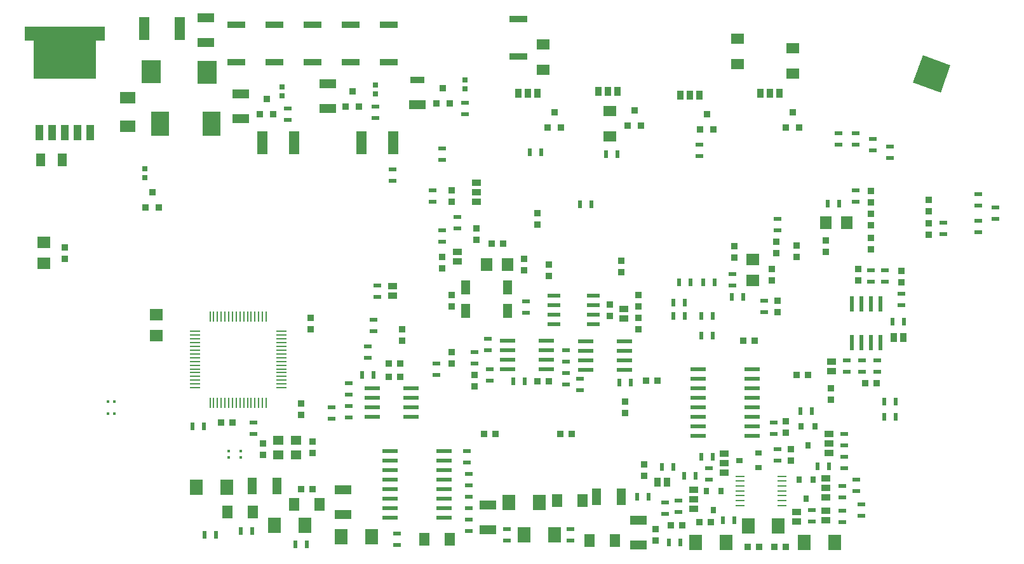
<source format=gbp>
G04 (created by PCBNEW (2013-07-07 BZR 4022)-stable) date 30/04/2014 16:23:46*
%MOIN*%
G04 Gerber Fmt 3.4, Leading zero omitted, Abs format*
%FSLAX34Y34*%
G01*
G70*
G90*
G04 APERTURE LIST*
%ADD10C,0.00590551*%
%ADD11R,0.0492X0.0098*%
%ADD12R,0.0157165X0.0157165*%
%ADD13R,0.034X0.034*%
%ADD14R,0.0256X0.0374*%
%ADD15R,0.0374X0.0256*%
%ADD16R,0.0276X0.0295*%
%ADD17R,0.0508X0.0689*%
%ADD18R,0.088X0.048*%
%ADD19R,0.0768X0.0335*%
%ADD20R,0.048X0.088*%
%ADD21R,0.065X0.0217*%
%ADD22R,0.043X0.023*%
%ADD23R,0.023X0.043*%
%ADD24R,0.0531X0.0688*%
%ADD25R,0.0688X0.0531*%
%ADD26R,0.0964252X0.0373701*%
%ADD27R,0.104299X0.120047*%
%ADD28R,0.0570551X0.123984*%
%ADD29R,0.048X0.036*%
%ADD30R,0.036X0.048*%
%ADD31R,0.0531181X0.0452441*%
%ADD32R,0.0846X0.061*%
%ADD33R,0.058X0.124*%
%ADD34R,0.0689X0.0846*%
%ADD35R,0.0964X0.1279*%
%ADD36R,0.040126X0.0830394*%
%ADD37R,0.326X0.273*%
%ADD38R,0.423X0.073*%
%ADD39R,0.0374X0.0334*%
%ADD40R,0.0334X0.0374*%
%ADD41R,0.048X0.073*%
%ADD42R,0.0846X0.0216*%
%ADD43R,0.0216X0.0846*%
%ADD44R,0.061X0.069*%
%ADD45R,0.069X0.061*%
%ADD46R,0.008X0.0571*%
%ADD47R,0.0571X0.008*%
G04 APERTURE END LIST*
G54D10*
G54D11*
X43450Y-33260D03*
X43450Y-33010D03*
X43450Y-32750D03*
X43450Y-32500D03*
X43450Y-32240D03*
X43450Y-31985D03*
X43450Y-31730D03*
X45650Y-31730D03*
X45650Y-31985D03*
X45650Y-32240D03*
X45650Y-32500D03*
X45650Y-32755D03*
X45650Y-33010D03*
X45650Y-33265D03*
G54D12*
X10600Y-27800D03*
X10600Y-28429D03*
X10265Y-28429D03*
X10265Y-27800D03*
X16600Y-30400D03*
X17229Y-30400D03*
X17229Y-30734D03*
X16600Y-30734D03*
G54D13*
X27500Y-12150D03*
X28200Y-12150D03*
X27850Y-11350D03*
X37550Y-13300D03*
X38250Y-13300D03*
X37900Y-12500D03*
X45850Y-13400D03*
X46550Y-13400D03*
X46200Y-12600D03*
X41350Y-13500D03*
X42050Y-13500D03*
X41700Y-12700D03*
X22750Y-12300D03*
X23450Y-12300D03*
X23100Y-11500D03*
X33350Y-13400D03*
X34050Y-13400D03*
X33700Y-12600D03*
X12250Y-17600D03*
X12950Y-17600D03*
X12600Y-16800D03*
X18250Y-12700D03*
X18950Y-12700D03*
X18600Y-11900D03*
G54D14*
X46900Y-32900D03*
X47275Y-31900D03*
X46525Y-31900D03*
X47000Y-30100D03*
X47375Y-29100D03*
X46625Y-29100D03*
G54D15*
X43400Y-30900D03*
X44400Y-31275D03*
X44400Y-30525D03*
G54D14*
X42050Y-33500D03*
X42425Y-32500D03*
X41675Y-32500D03*
G54D16*
X24300Y-11635D03*
X24300Y-11163D03*
X29000Y-11385D03*
X29000Y-10913D03*
X12200Y-16035D03*
X12200Y-15563D03*
X19400Y-11735D03*
X19400Y-11263D03*
G54D17*
X6739Y-15100D03*
X7863Y-15100D03*
G54D18*
X22600Y-33748D03*
X22600Y-32450D03*
X26500Y-12198D03*
G54D19*
X26500Y-10900D03*
G54D20*
X19148Y-32250D03*
X17850Y-32250D03*
X37198Y-32800D03*
X35900Y-32800D03*
G54D18*
X30200Y-33252D03*
X30200Y-34550D03*
X15400Y-7652D03*
X15400Y-8950D03*
X17250Y-12948D03*
X17250Y-11650D03*
X21800Y-12398D03*
X21800Y-11100D03*
X38100Y-34052D03*
X38100Y-35350D03*
G54D21*
X33656Y-23749D03*
X33656Y-23249D03*
X33656Y-22750D03*
X33656Y-22250D03*
X35742Y-22250D03*
X35742Y-22750D03*
X35742Y-23249D03*
X35742Y-23749D03*
G54D22*
X50650Y-25650D03*
X50650Y-26250D03*
X19700Y-13000D03*
X19700Y-12400D03*
X56850Y-18200D03*
X56850Y-17600D03*
X49850Y-26250D03*
X49850Y-25650D03*
X48600Y-14300D03*
X48600Y-13700D03*
X49050Y-26250D03*
X49050Y-25650D03*
X49500Y-14300D03*
X49500Y-13700D03*
X43050Y-21100D03*
X43050Y-21700D03*
X50400Y-14600D03*
X50400Y-14000D03*
X51300Y-15000D03*
X51300Y-14400D03*
G54D23*
X33000Y-14700D03*
X32400Y-14700D03*
X20100Y-35300D03*
X20700Y-35300D03*
X17850Y-34600D03*
X17250Y-34600D03*
G54D22*
X29200Y-34000D03*
X29200Y-34600D03*
X29200Y-32800D03*
X29200Y-33400D03*
X29200Y-31600D03*
X29200Y-32200D03*
X29100Y-31000D03*
X29100Y-30400D03*
G54D23*
X42000Y-24350D03*
X41400Y-24350D03*
X42000Y-23300D03*
X41400Y-23300D03*
X39950Y-23300D03*
X40550Y-23300D03*
X39950Y-22600D03*
X40550Y-22600D03*
G54D22*
X29000Y-12700D03*
X29000Y-12100D03*
X27800Y-15100D03*
X27800Y-14500D03*
X25450Y-35350D03*
X25450Y-34750D03*
X45400Y-18200D03*
X45400Y-18800D03*
X31200Y-35100D03*
X31200Y-34500D03*
X34550Y-35100D03*
X34550Y-34500D03*
G54D23*
X51450Y-23600D03*
X52050Y-23600D03*
X15350Y-34800D03*
X15950Y-34800D03*
X36400Y-14800D03*
X37000Y-14800D03*
G54D22*
X51900Y-22150D03*
X51900Y-22750D03*
X24300Y-12900D03*
X24300Y-12300D03*
X27800Y-18800D03*
X27800Y-19400D03*
X28600Y-18700D03*
X28600Y-18100D03*
X48900Y-30700D03*
X48900Y-31300D03*
G54D23*
X48100Y-31200D03*
X47500Y-31200D03*
G54D22*
X22900Y-27450D03*
X22900Y-26850D03*
X22000Y-28700D03*
X22000Y-28100D03*
X22900Y-28650D03*
X22900Y-28050D03*
G54D23*
X24200Y-26400D03*
X23600Y-26400D03*
G54D22*
X25200Y-15600D03*
X25200Y-16200D03*
X24400Y-22300D03*
X24400Y-21700D03*
X47200Y-33500D03*
X47200Y-34100D03*
X48900Y-29500D03*
X48900Y-30100D03*
X23900Y-25500D03*
X23900Y-24900D03*
X24200Y-23500D03*
X24200Y-24100D03*
X41300Y-14300D03*
X41300Y-14900D03*
X41800Y-31900D03*
X41800Y-31300D03*
G54D23*
X42000Y-30700D03*
X41400Y-30700D03*
X39950Y-31250D03*
X39350Y-31250D03*
G54D22*
X27300Y-16700D03*
X27300Y-17300D03*
G54D23*
X32150Y-26750D03*
X31550Y-26750D03*
G54D22*
X30200Y-24500D03*
X30200Y-25100D03*
X29500Y-25800D03*
X29500Y-25200D03*
X30300Y-26700D03*
X30300Y-26100D03*
G54D23*
X37100Y-26800D03*
X37700Y-26800D03*
G54D22*
X32200Y-23150D03*
X32200Y-22550D03*
X34300Y-25700D03*
X34300Y-25100D03*
X34300Y-26900D03*
X34300Y-26300D03*
X35050Y-27200D03*
X35050Y-26600D03*
X49550Y-31900D03*
X49550Y-32500D03*
X48800Y-32250D03*
X48800Y-32850D03*
X49800Y-33200D03*
X49800Y-33800D03*
X48800Y-34150D03*
X48800Y-33550D03*
G54D23*
X43000Y-22300D03*
X43600Y-22300D03*
G54D22*
X44700Y-23100D03*
X44700Y-22500D03*
X51050Y-21500D03*
X51050Y-20900D03*
X50300Y-21500D03*
X50300Y-20900D03*
G54D23*
X40300Y-35200D03*
X39700Y-35200D03*
G54D22*
X45400Y-30900D03*
X45400Y-30300D03*
X39500Y-33100D03*
X39500Y-33700D03*
X40200Y-33000D03*
X40200Y-33600D03*
X54100Y-18400D03*
X54100Y-19000D03*
X49500Y-17300D03*
X49500Y-16700D03*
G54D23*
X38050Y-32800D03*
X38650Y-32800D03*
G54D22*
X45200Y-29500D03*
X45200Y-28900D03*
G54D23*
X43150Y-34050D03*
X42550Y-34050D03*
G54D22*
X55950Y-18300D03*
X55950Y-18900D03*
X55950Y-17500D03*
X55950Y-16900D03*
G54D23*
X41500Y-21550D03*
X42100Y-21550D03*
X14700Y-29100D03*
X15300Y-29100D03*
X35050Y-17450D03*
X35650Y-17450D03*
X40250Y-21550D03*
X40850Y-21550D03*
G54D22*
X17900Y-29500D03*
X17900Y-28900D03*
G54D23*
X41100Y-31700D03*
X40500Y-31700D03*
G54D22*
X27500Y-26400D03*
X27500Y-25800D03*
G54D23*
X47200Y-28300D03*
X46600Y-28300D03*
X51600Y-27800D03*
X51000Y-27800D03*
X48050Y-17400D03*
X48650Y-17400D03*
X51000Y-28600D03*
X51600Y-28600D03*
G54D24*
X35531Y-35100D03*
X36869Y-35100D03*
G54D25*
X43300Y-10069D03*
X43300Y-8731D03*
X46200Y-10569D03*
X46200Y-9231D03*
G54D24*
X33831Y-33000D03*
X35169Y-33000D03*
X26881Y-35050D03*
X28219Y-35050D03*
G54D25*
X36600Y-12531D03*
X36600Y-13869D03*
G54D24*
X16531Y-33600D03*
X17869Y-33600D03*
G54D25*
X33100Y-10369D03*
X33100Y-9031D03*
G54D24*
X20031Y-33200D03*
X21369Y-33200D03*
G54D26*
X25000Y-9984D03*
X25000Y-8015D03*
X17000Y-9984D03*
X17000Y-8015D03*
X23000Y-9984D03*
X23000Y-8015D03*
X31800Y-9684D03*
X31800Y-7715D03*
X19000Y-9984D03*
X19000Y-8015D03*
X21000Y-8015D03*
X21000Y-9984D03*
G54D27*
X15456Y-10500D03*
X12543Y-10480D03*
G54D28*
X25226Y-14200D03*
X23573Y-14200D03*
G54D29*
X42600Y-31550D03*
X42600Y-31050D03*
X42600Y-30550D03*
X48100Y-29500D03*
X48100Y-30000D03*
X48100Y-30500D03*
X47950Y-31850D03*
X47950Y-32350D03*
X47950Y-32850D03*
X41000Y-32450D03*
X41000Y-32950D03*
X41000Y-33450D03*
G54D30*
X44500Y-11600D03*
X45000Y-11600D03*
X45500Y-11600D03*
X40300Y-11700D03*
X40800Y-11700D03*
X41300Y-11700D03*
X36000Y-11500D03*
X36500Y-11500D03*
X37000Y-11500D03*
X31800Y-11600D03*
X32300Y-11600D03*
X32800Y-11600D03*
X39600Y-32050D03*
X39100Y-32050D03*
G54D29*
X46400Y-34100D03*
X46400Y-33600D03*
X47950Y-34050D03*
X47950Y-33550D03*
X48250Y-25700D03*
X48250Y-26200D03*
X28600Y-20450D03*
X28600Y-19950D03*
X25200Y-22250D03*
X25200Y-21750D03*
X37350Y-22950D03*
X37350Y-23450D03*
G54D30*
X52000Y-24450D03*
X51500Y-24450D03*
G54D31*
X19200Y-29850D03*
X20144Y-29850D03*
X19200Y-30598D03*
X20144Y-30598D03*
G54D32*
X11300Y-11852D03*
X11300Y-13348D03*
G54D33*
X12175Y-8200D03*
X14025Y-8200D03*
G54D34*
X32110Y-34800D03*
X33690Y-34800D03*
X31310Y-33100D03*
X32890Y-33100D03*
X14910Y-32300D03*
X16490Y-32300D03*
X42690Y-35200D03*
X41110Y-35200D03*
X19010Y-34300D03*
X20590Y-34300D03*
X45440Y-34350D03*
X43860Y-34350D03*
X48390Y-35200D03*
X46810Y-35200D03*
X22510Y-34900D03*
X24090Y-34900D03*
G54D35*
X15689Y-13200D03*
X13011Y-13200D03*
G54D36*
X8000Y-13680D03*
X7330Y-13680D03*
X6660Y-13680D03*
X8670Y-13680D03*
X9340Y-13680D03*
G54D37*
X8000Y-9475D03*
G54D38*
X8000Y-8475D03*
G54D39*
X28300Y-16704D03*
X28300Y-17296D03*
X38400Y-31104D03*
X38400Y-31696D03*
G54D40*
X45846Y-35450D03*
X45254Y-35450D03*
X44196Y-24600D03*
X43604Y-24600D03*
G54D39*
X18400Y-30596D03*
X18400Y-30004D03*
X21000Y-30496D03*
X21000Y-29904D03*
G54D40*
X33396Y-26750D03*
X32804Y-26750D03*
X25004Y-26500D03*
X25596Y-26500D03*
G54D39*
X20900Y-23996D03*
X20900Y-23404D03*
G54D40*
X43854Y-35450D03*
X44446Y-35450D03*
G54D39*
X45100Y-21446D03*
X45100Y-20854D03*
X38100Y-23404D03*
X38100Y-23996D03*
X32800Y-17904D03*
X32800Y-18496D03*
X33400Y-20604D03*
X33400Y-21196D03*
X36600Y-23296D03*
X36600Y-22704D03*
X29600Y-18704D03*
X29600Y-19296D03*
G54D40*
X25596Y-25800D03*
X25004Y-25800D03*
G54D39*
X29500Y-26996D03*
X29500Y-26404D03*
X25700Y-24004D03*
X25700Y-24596D03*
X28300Y-25204D03*
X28300Y-25796D03*
G54D40*
X30404Y-19500D03*
X30996Y-19500D03*
X34004Y-29500D03*
X34596Y-29500D03*
G54D39*
X38100Y-22796D03*
X38100Y-22204D03*
G54D40*
X39096Y-26700D03*
X38504Y-26700D03*
G54D39*
X37400Y-28396D03*
X37400Y-27804D03*
G54D40*
X41896Y-34150D03*
X41304Y-34150D03*
G54D39*
X37200Y-20404D03*
X37200Y-20996D03*
X32100Y-20304D03*
X32100Y-20896D03*
X28300Y-22796D03*
X28300Y-22204D03*
G54D40*
X46404Y-26400D03*
X46996Y-26400D03*
G54D39*
X51900Y-20954D03*
X51900Y-21546D03*
X50300Y-19796D03*
X50300Y-19204D03*
X53350Y-19046D03*
X53350Y-18454D03*
X50300Y-17346D03*
X50300Y-16754D03*
X43150Y-19654D03*
X43150Y-20246D03*
X45400Y-23096D03*
X45400Y-22504D03*
G54D40*
X20404Y-32400D03*
X20996Y-32400D03*
X16204Y-28900D03*
X16796Y-28900D03*
G54D39*
X48200Y-27696D03*
X48200Y-27104D03*
G54D40*
X50004Y-26850D03*
X50596Y-26850D03*
G54D39*
X8000Y-20296D03*
X8000Y-19704D03*
X27800Y-20204D03*
X27800Y-20796D03*
X53350Y-17796D03*
X53350Y-17204D03*
X20400Y-27904D03*
X20400Y-28496D03*
G54D40*
X40396Y-34300D03*
X39804Y-34300D03*
X30004Y-29500D03*
X30596Y-29500D03*
G54D39*
X46400Y-20196D03*
X46400Y-19604D03*
X45350Y-19996D03*
X45350Y-19404D03*
X45850Y-28854D03*
X45850Y-29446D03*
X50300Y-17954D03*
X50300Y-18546D03*
X49650Y-21446D03*
X49650Y-20854D03*
X46100Y-30304D03*
X46100Y-30896D03*
X39000Y-34504D03*
X39000Y-35096D03*
X47950Y-19946D03*
X47950Y-19354D03*
G54D10*
G36*
X54486Y-10140D02*
X53959Y-11586D01*
X52513Y-11059D01*
X53040Y-9613D01*
X54486Y-10140D01*
X54486Y-10140D01*
G37*
G54D41*
X29050Y-21800D03*
X31250Y-21800D03*
X31250Y-23050D03*
X29050Y-23050D03*
G54D42*
X31227Y-26100D03*
X31227Y-25600D03*
X31227Y-25100D03*
X31227Y-24600D03*
X33273Y-24600D03*
X33273Y-25100D03*
X33273Y-25600D03*
X33273Y-26100D03*
X35327Y-26150D03*
X35327Y-25650D03*
X35327Y-25150D03*
X35327Y-24650D03*
X37373Y-24650D03*
X37373Y-25150D03*
X37373Y-25650D03*
X37373Y-26150D03*
X24127Y-28600D03*
X24127Y-28100D03*
X24127Y-27600D03*
X24127Y-27100D03*
X26173Y-27100D03*
X26173Y-27600D03*
X26173Y-28100D03*
X26173Y-28600D03*
G54D43*
X49300Y-22677D03*
X49800Y-22677D03*
X50300Y-22677D03*
X50800Y-22677D03*
X50800Y-24723D03*
X50300Y-24723D03*
X49800Y-24723D03*
X49300Y-24723D03*
G54D42*
X25083Y-33900D03*
X25083Y-33400D03*
X25083Y-32900D03*
X25083Y-32400D03*
X25083Y-31900D03*
X25083Y-31400D03*
X25083Y-30900D03*
X25083Y-30400D03*
X27917Y-30400D03*
X27917Y-30900D03*
X27917Y-31400D03*
X27917Y-31900D03*
X27917Y-32400D03*
X27917Y-32900D03*
X27917Y-33400D03*
X27917Y-33900D03*
X41233Y-29600D03*
X41233Y-29100D03*
X41233Y-28600D03*
X41233Y-28100D03*
X41233Y-27600D03*
X41233Y-27100D03*
X41233Y-26600D03*
X41233Y-26100D03*
X44067Y-26100D03*
X44067Y-26600D03*
X44067Y-27100D03*
X44067Y-27600D03*
X44067Y-28100D03*
X44067Y-28600D03*
X44067Y-29100D03*
X44067Y-29600D03*
G54D28*
X18373Y-14200D03*
X20026Y-14200D03*
G54D29*
X29600Y-17300D03*
X29600Y-16800D03*
X29600Y-16300D03*
G54D44*
X31250Y-20600D03*
X30150Y-20600D03*
G54D45*
X12800Y-24350D03*
X12800Y-23250D03*
G54D44*
X47950Y-18400D03*
X49050Y-18400D03*
G54D45*
X44100Y-20350D03*
X44100Y-21450D03*
X6900Y-19450D03*
X6900Y-20550D03*
G54D46*
X18575Y-27864D03*
X18378Y-27864D03*
X18181Y-27864D03*
X17984Y-27864D03*
X17787Y-27864D03*
X17591Y-27864D03*
X17394Y-27864D03*
X17197Y-27864D03*
X17001Y-27864D03*
X16804Y-27864D03*
X16607Y-27864D03*
X16411Y-27864D03*
X16214Y-27864D03*
X16017Y-27864D03*
X15820Y-27864D03*
X15623Y-27864D03*
G54D47*
X14836Y-27077D03*
X14836Y-26880D03*
X14836Y-26683D03*
X14836Y-26486D03*
X14836Y-26289D03*
X14836Y-26093D03*
X14836Y-25896D03*
X14836Y-25699D03*
X14836Y-25503D03*
X14836Y-25306D03*
X14836Y-25109D03*
X14836Y-24913D03*
X14836Y-24716D03*
X14836Y-24519D03*
X14836Y-24322D03*
X14836Y-24125D03*
G54D46*
X15623Y-23338D03*
X15820Y-23338D03*
X16017Y-23338D03*
X16214Y-23338D03*
X16411Y-23338D03*
X16607Y-23338D03*
X16804Y-23338D03*
X17001Y-23338D03*
X17197Y-23338D03*
X17394Y-23338D03*
X17591Y-23338D03*
X17787Y-23338D03*
X17984Y-23338D03*
X18181Y-23338D03*
X18378Y-23338D03*
X18575Y-23338D03*
G54D47*
X19362Y-24125D03*
X19362Y-24322D03*
X19362Y-24519D03*
X19362Y-24716D03*
X19362Y-24913D03*
X19362Y-25109D03*
X19362Y-25306D03*
X19362Y-25503D03*
X19362Y-25699D03*
X19362Y-25896D03*
X19362Y-26093D03*
X19362Y-26289D03*
X19362Y-26486D03*
X19362Y-26683D03*
X19362Y-26880D03*
X19362Y-27077D03*
M02*

</source>
